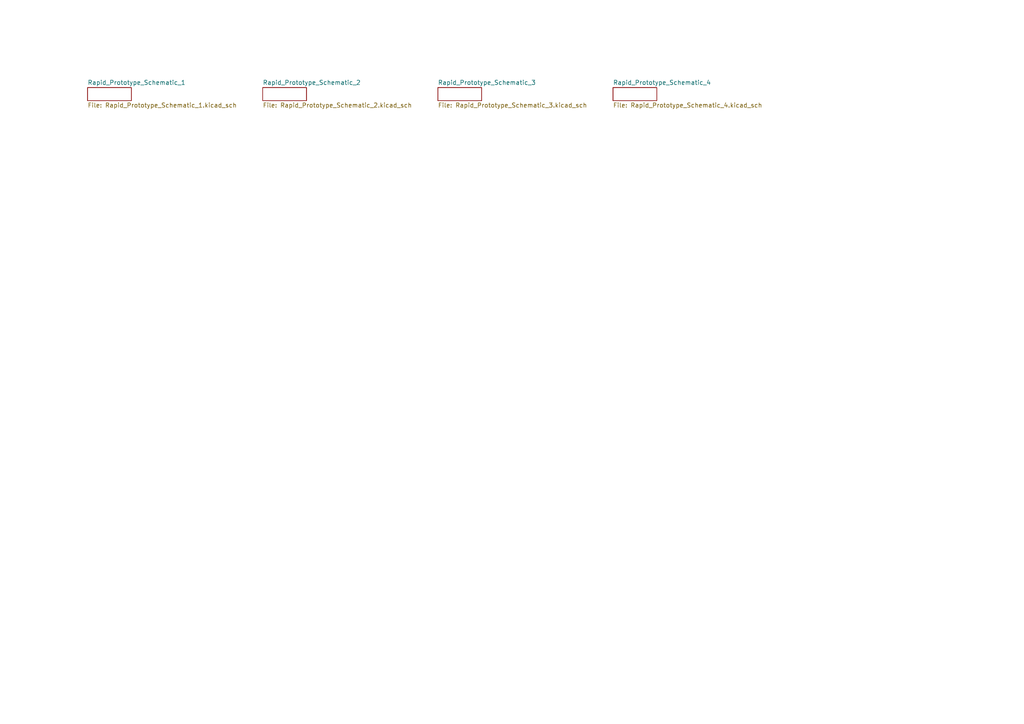
<source format=kicad_sch>
(kicad_sch
	(version 20231120)
	(generator "eeschema")
	(generator_version "8.0")
	(uuid "b508cb68-d8ec-4f9b-a92a-6836a967b52b")
	(paper "A4")
	(lib_symbols)
	(sheet
		(at 127 25.4)
		(size 12.7 3.81)
		(fields_autoplaced yes)
		(stroke
			(width 0)
			(type solid)
		)
		(fill
			(color 0 0 0 0.0000)
		)
		(uuid "35fc02ff-70aa-46c2-ae28-918e6d2e8c9b")
		(property "Sheetname" "Rapid_Prototype_Schematic_3"
			(at 127 24.6884 0)
			(effects
				(font
					(size 1.27 1.27)
				)
				(justify left bottom)
			)
		)
		(property "Sheetfile" "Rapid_Prototype_Schematic_3.kicad_sch"
			(at 127 29.7946 0)
			(effects
				(font
					(size 1.27 1.27)
				)
				(justify left top)
			)
		)
		(instances
			(project "PMS"
				(path "/b508cb68-d8ec-4f9b-a92a-6836a967b52b"
					(page "3")
				)
			)
		)
	)
	(sheet
		(at 177.8 25.4)
		(size 12.7 3.81)
		(fields_autoplaced yes)
		(stroke
			(width 0)
			(type solid)
		)
		(fill
			(color 0 0 0 0.0000)
		)
		(uuid "3f83c321-7f52-4562-8a5a-981234426d62")
		(property "Sheetname" "Rapid_Prototype_Schematic_4"
			(at 177.8 24.6884 0)
			(effects
				(font
					(size 1.27 1.27)
				)
				(justify left bottom)
			)
		)
		(property "Sheetfile" "Rapid_Prototype_Schematic_4.kicad_sch"
			(at 177.8 29.7946 0)
			(effects
				(font
					(size 1.27 1.27)
				)
				(justify left top)
			)
		)
		(instances
			(project "PMS"
				(path "/b508cb68-d8ec-4f9b-a92a-6836a967b52b"
					(page "4")
				)
			)
		)
	)
	(sheet
		(at 25.4 25.4)
		(size 12.7 3.81)
		(fields_autoplaced yes)
		(stroke
			(width 0)
			(type solid)
		)
		(fill
			(color 0 0 0 0.0000)
		)
		(uuid "acd8501e-fbd9-400c-8992-03d8d75a9c4f")
		(property "Sheetname" "Rapid_Prototype_Schematic_1"
			(at 25.4 24.6884 0)
			(effects
				(font
					(size 1.27 1.27)
				)
				(justify left bottom)
			)
		)
		(property "Sheetfile" "Rapid_Prototype_Schematic_1.kicad_sch"
			(at 25.4 29.7946 0)
			(effects
				(font
					(size 1.27 1.27)
				)
				(justify left top)
			)
		)
		(instances
			(project "PMS"
				(path "/b508cb68-d8ec-4f9b-a92a-6836a967b52b"
					(page "1")
				)
			)
		)
	)
	(sheet
		(at 76.2 25.4)
		(size 12.7 3.81)
		(fields_autoplaced yes)
		(stroke
			(width 0)
			(type solid)
		)
		(fill
			(color 0 0 0 0.0000)
		)
		(uuid "b5aac7a8-0ee5-40c2-a475-ea340c6e845e")
		(property "Sheetname" "Rapid_Prototype_Schematic_2"
			(at 76.2 24.6884 0)
			(effects
				(font
					(size 1.27 1.27)
				)
				(justify left bottom)
			)
		)
		(property "Sheetfile" "Rapid_Prototype_Schematic_2.kicad_sch"
			(at 76.2 29.7946 0)
			(effects
				(font
					(size 1.27 1.27)
				)
				(justify left top)
			)
		)
		(instances
			(project "PMS"
				(path "/b508cb68-d8ec-4f9b-a92a-6836a967b52b"
					(page "2")
				)
			)
		)
	)
	(sheet_instances
		(path "/"
			(page "1")
		)
	)
)

</source>
